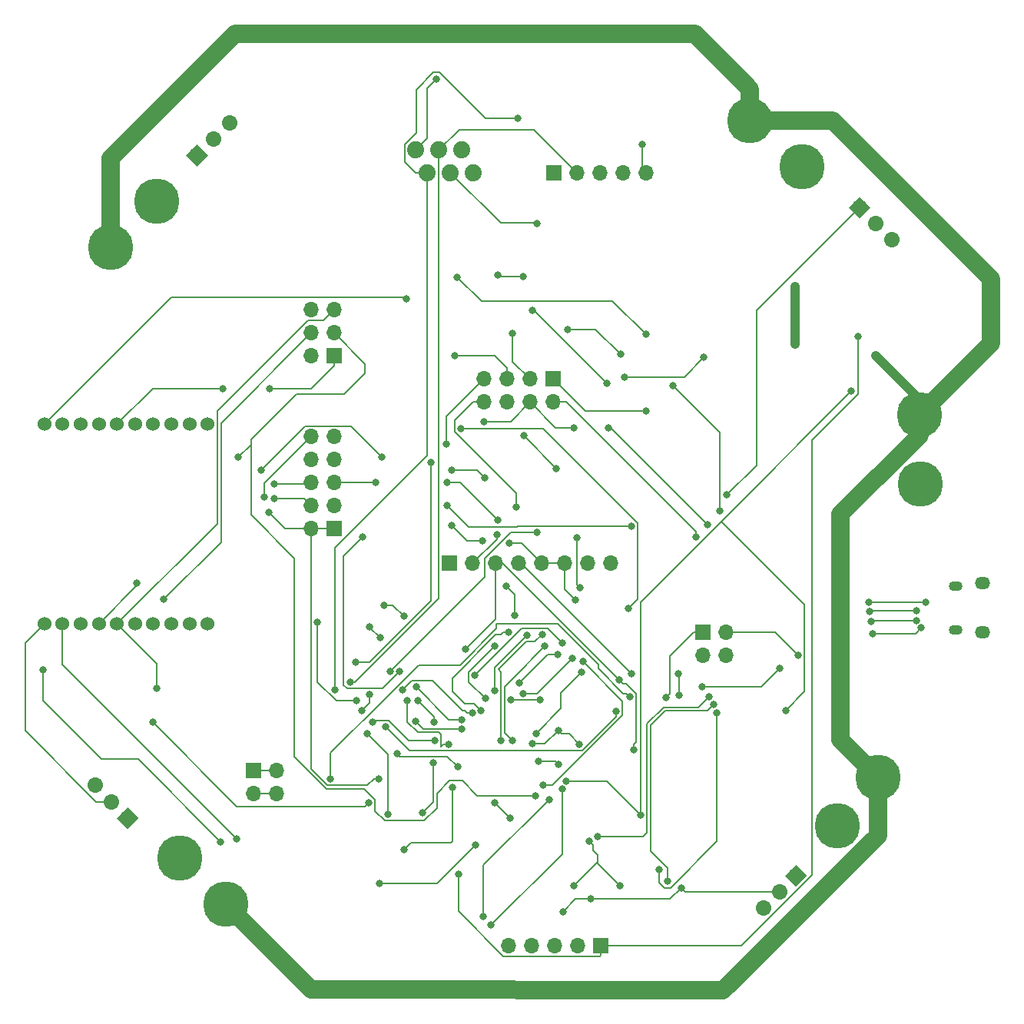
<source format=gbl>
G04 #@! TF.GenerationSoftware,KiCad,Pcbnew,5.1.2-f72e74a~84~ubuntu18.04.1*
G04 #@! TF.CreationDate,2019-07-29T20:36:53-07:00*
G04 #@! TF.ProjectId,quad_copter_pcb,71756164-5f63-46f7-9074-65725f706362,rev?*
G04 #@! TF.SameCoordinates,Original*
G04 #@! TF.FileFunction,Copper,L2,Bot*
G04 #@! TF.FilePolarity,Positive*
%FSLAX46Y46*%
G04 Gerber Fmt 4.6, Leading zero omitted, Abs format (unit mm)*
G04 Created by KiCad (PCBNEW 5.1.2-f72e74a~84~ubuntu18.04.1) date 2019-07-29 20:36:53*
%MOMM*%
%LPD*%
G04 APERTURE LIST*
%ADD10C,5.000000*%
%ADD11C,1.700000*%
%ADD12C,0.100000*%
%ADD13C,1.700000*%
%ADD14R,1.700000X1.700000*%
%ADD15O,1.700000X1.700000*%
%ADD16O,1.500000X1.100000*%
%ADD17O,1.700000X1.350000*%
%ADD18C,1.879600*%
%ADD19C,1.524000*%
%ADD20C,0.800000*%
%ADD21C,2.000000*%
%ADD22C,1.000000*%
%ADD23C,0.200000*%
G04 APERTURE END LIST*
D10*
X192786000Y-82677000D03*
X192913000Y-90297000D03*
X103632000Y-64262000D03*
X108712000Y-59182000D03*
X116332000Y-136652000D03*
X111252000Y-131572000D03*
X188214000Y-122682000D03*
X183769000Y-128016000D03*
X174117000Y-50292000D03*
X179832000Y-55372000D03*
D11*
X113157000Y-54102000D03*
D12*
G36*
X114359082Y-54102000D02*
G01*
X113157000Y-55304082D01*
X111954918Y-54102000D01*
X113157000Y-52899918D01*
X114359082Y-54102000D01*
X114359082Y-54102000D01*
G37*
D11*
X114953051Y-52305949D03*
D13*
X114953051Y-52305949D02*
X114953051Y-52305949D01*
D11*
X116749102Y-50509898D03*
D13*
X116749102Y-50509898D02*
X116749102Y-50509898D01*
D11*
X101944898Y-123534898D03*
D13*
X101944898Y-123534898D02*
X101944898Y-123534898D01*
D11*
X103740949Y-125330949D03*
D13*
X103740949Y-125330949D02*
X103740949Y-125330949D01*
D11*
X105537000Y-127127000D03*
D12*
G36*
X105537000Y-125924918D02*
G01*
X106739082Y-127127000D01*
X105537000Y-128329082D01*
X104334918Y-127127000D01*
X105537000Y-125924918D01*
X105537000Y-125924918D01*
G37*
D11*
X175604898Y-137069102D03*
D13*
X175604898Y-137069102D02*
X175604898Y-137069102D01*
D11*
X177400949Y-135273051D03*
D13*
X177400949Y-135273051D02*
X177400949Y-135273051D01*
D11*
X179197000Y-133477000D03*
D12*
G36*
X177994918Y-133477000D02*
G01*
X179197000Y-132274918D01*
X180399082Y-133477000D01*
X179197000Y-134679082D01*
X177994918Y-133477000D01*
X177994918Y-133477000D01*
G37*
D11*
X186182000Y-59817000D03*
D12*
G36*
X186182000Y-61019082D02*
G01*
X184979918Y-59817000D01*
X186182000Y-58614918D01*
X187384082Y-59817000D01*
X186182000Y-61019082D01*
X186182000Y-61019082D01*
G37*
D11*
X187978051Y-61613051D03*
D13*
X187978051Y-61613051D02*
X187978051Y-61613051D01*
D11*
X189774102Y-63409102D03*
D13*
X189774102Y-63409102D02*
X189774102Y-63409102D01*
D14*
X128270000Y-95250000D03*
D15*
X125730000Y-95250000D03*
X128270000Y-92710000D03*
X125730000Y-92710000D03*
X128270000Y-90170001D03*
X125730000Y-90170000D03*
X128270000Y-87630000D03*
X125730000Y-87630000D03*
X128270000Y-85090000D03*
X125730000Y-85090000D03*
X121920000Y-124460000D03*
X119380000Y-124460000D03*
X121920000Y-121920000D03*
D14*
X119380000Y-121920000D03*
D15*
X162687000Y-56007000D03*
X160147000Y-56007000D03*
X157607000Y-56007000D03*
X155067000Y-56007000D03*
D14*
X152527000Y-56007000D03*
X152400000Y-78740000D03*
D15*
X152400000Y-81280000D03*
X149860000Y-78740000D03*
X149860000Y-81280000D03*
X147320000Y-78740000D03*
X147320000Y-81280000D03*
X144780000Y-78740000D03*
X144780000Y-81280000D03*
D14*
X168910000Y-106680000D03*
D15*
X171450000Y-106680000D03*
X168910000Y-109220000D03*
X171450000Y-109220000D03*
D14*
X128270000Y-76200000D03*
D15*
X125730000Y-76200000D03*
X128270000Y-73660000D03*
X125730000Y-73660000D03*
X128270000Y-71120001D03*
X125730000Y-71120000D03*
D14*
X157632400Y-141198600D03*
D15*
X155092400Y-141198600D03*
X152552400Y-141198600D03*
X150012400Y-141198600D03*
X147472400Y-141198600D03*
D16*
X196743000Y-106377000D03*
X196743000Y-101537000D03*
D17*
X199743000Y-106687000D03*
X199743000Y-101227000D03*
D18*
X143637000Y-56007000D03*
X142367000Y-53467000D03*
X141097000Y-56007000D03*
X139827000Y-53467000D03*
X138557000Y-56007000D03*
X137287000Y-53467000D03*
D19*
X96332040Y-105740200D03*
X98333560Y-105740200D03*
X100332540Y-105740200D03*
X102334060Y-105740200D03*
X104333040Y-105740200D03*
X106332020Y-105740200D03*
X108333540Y-105740200D03*
X110332520Y-105740200D03*
X112334040Y-105740200D03*
X114333020Y-105740200D03*
X114333020Y-83743800D03*
X112334040Y-83743800D03*
X110332520Y-83743800D03*
X108333540Y-83743800D03*
X106332020Y-83743800D03*
X104333040Y-83743800D03*
X102334060Y-83743800D03*
X100332540Y-83743800D03*
X98333560Y-83743800D03*
X96332040Y-83743800D03*
D14*
X140970000Y-99060000D03*
D15*
X143510000Y-99060000D03*
X146050000Y-99060000D03*
X148590000Y-99060000D03*
X151130000Y-99060000D03*
X153670000Y-99060000D03*
X156210000Y-99060000D03*
X158750000Y-99060000D03*
D20*
X187960000Y-76200000D03*
X154686000Y-134569200D03*
X145973800Y-125476000D03*
X147624800Y-127127000D03*
X155295600Y-118999000D03*
X159740600Y-134569200D03*
X156387800Y-129692400D03*
X152958800Y-117449600D03*
X141884400Y-121462800D03*
X135204200Y-120040400D03*
X150647400Y-61595000D03*
X142367000Y-117297200D03*
X137287000Y-116484400D03*
X154838400Y-103073200D03*
X160299400Y-78511400D03*
X169037000Y-76327000D03*
X139573000Y-45669200D03*
X146202400Y-95935800D03*
X147573574Y-96824374D03*
X162255200Y-52882800D03*
X150088600Y-118948200D03*
X179070000Y-74930000D03*
X179070000Y-68580000D03*
X162052000Y-126796800D03*
X185293000Y-80086200D03*
X166522400Y-134823200D03*
X156565600Y-136067800D03*
X153492200Y-137464800D03*
X178028600Y-115265200D03*
X135966200Y-130632200D03*
X141325600Y-123723400D03*
X151003000Y-114071400D03*
X147759610Y-114122200D03*
X150825200Y-120904000D03*
X152958800Y-121183400D03*
X153805571Y-123042163D03*
X159359600Y-115366800D03*
X133959600Y-117068600D03*
X160858200Y-113792000D03*
X127889000Y-122809000D03*
X170815000Y-93294200D03*
X165608000Y-79451200D03*
X162636200Y-73837800D03*
X141859000Y-67513200D03*
X164871400Y-113817400D03*
X133299200Y-134366000D03*
X143891000Y-130098800D03*
X179400200Y-109169200D03*
X171577000Y-91465400D03*
X133223000Y-122783600D03*
X121081800Y-93446600D03*
X147955000Y-118618000D03*
X151511000Y-108204000D03*
X161036000Y-94970600D03*
X140741400Y-92659200D03*
X121666000Y-91948000D03*
X147472400Y-106629200D03*
X146304000Y-94310200D03*
X140716000Y-90144600D03*
X132842000Y-90144600D03*
X144473545Y-115313648D03*
X121666000Y-90297000D03*
X135851575Y-112991575D03*
X130733800Y-114223800D03*
X126441200Y-105537000D03*
X143510000Y-115581200D03*
X106553000Y-101219000D03*
X142290800Y-116281200D03*
X137312400Y-112674400D03*
X135432800Y-110998000D03*
X131419600Y-96164400D03*
X120599200Y-91770200D03*
X159689800Y-111912400D03*
X142748000Y-108534200D03*
X135940800Y-104876600D03*
X133794175Y-103644375D03*
X161264275Y-119608275D03*
X166293800Y-113588800D03*
X166192200Y-111226600D03*
X161036000Y-111252000D03*
X132207000Y-106070400D03*
X133330758Y-107270358D03*
X146659600Y-118567200D03*
X151180800Y-106908600D03*
X158369000Y-79248000D03*
X150114000Y-71145400D03*
X134188200Y-126720600D03*
X131927600Y-117856000D03*
X130022600Y-112115600D03*
X138049000Y-126542800D03*
X139192000Y-121031000D03*
X128397000Y-113030000D03*
X148488400Y-50012600D03*
X148691600Y-112268000D03*
X152908000Y-109118400D03*
X162661600Y-82296000D03*
X149072600Y-113385600D03*
X154540375Y-109491975D03*
X168122600Y-96139000D03*
X145959600Y-113055400D03*
X149535897Y-106990897D03*
X155397200Y-101777800D03*
X154990800Y-96215200D03*
X152781000Y-88595200D03*
X149199600Y-84963000D03*
X136245600Y-69900800D03*
X147929600Y-73685400D03*
X150520400Y-117830600D03*
X155549600Y-111074200D03*
X169418000Y-94792800D03*
X158496000Y-84150200D03*
X154660600Y-84099400D03*
X144780000Y-83413600D03*
X139242800Y-116597200D03*
X137490200Y-114223800D03*
X143803600Y-111379000D03*
X153431818Y-107838818D03*
X159842200Y-76022200D03*
X153974800Y-73279000D03*
X141528800Y-76149200D03*
X144932400Y-113969800D03*
X146006625Y-108186025D03*
X148132800Y-104775000D03*
X147218400Y-101600000D03*
X144627600Y-96545400D03*
X141249400Y-94869000D03*
X120192800Y-88823800D03*
X133553200Y-87325200D03*
X141249400Y-88823800D03*
X144856200Y-89662000D03*
X139344825Y-118592173D03*
X132537200Y-116586000D03*
X131292600Y-115265200D03*
X132130800Y-113515601D03*
X130638358Y-109962758D03*
X138963400Y-87909400D03*
X140665200Y-85928200D03*
X140893800Y-118999001D03*
X136296400Y-114198400D03*
X134432797Y-110998000D03*
X150647400Y-95670600D03*
X148336000Y-92887800D03*
X151307800Y-123520200D03*
X155676600Y-109855000D03*
X160680400Y-104038400D03*
X142265400Y-84201000D03*
X115976400Y-79806800D03*
X121183400Y-79806800D03*
X151968200Y-125069600D03*
X144703800Y-137998200D03*
X117551200Y-129438400D03*
X150444200Y-124663200D03*
X117729000Y-87325200D03*
X153390600Y-123952000D03*
X145567400Y-138938000D03*
X115773200Y-129768600D03*
X96164400Y-110820200D03*
X109499400Y-102997000D03*
X132080000Y-125450600D03*
X108280200Y-116586000D03*
X108686600Y-112826800D03*
X141960600Y-133299200D03*
X186004200Y-74041000D03*
X192996930Y-106183244D03*
X187655200Y-106781600D03*
X177368200Y-110591600D03*
X168808400Y-112623600D03*
X192430400Y-105359200D03*
X187477400Y-105435400D03*
X170448055Y-115543678D03*
X164084000Y-132791200D03*
X192430400Y-104317800D03*
X187283031Y-104321085D03*
X164998400Y-134112000D03*
X170103800Y-114604800D03*
X193446400Y-103357000D03*
X187172600Y-103327200D03*
X169570400Y-113741200D03*
X157353000Y-129133600D03*
X149072600Y-67462400D03*
X146329400Y-67259200D03*
D21*
X174117000Y-46756467D02*
X168030543Y-40670010D01*
X174117000Y-50292000D02*
X174117000Y-46756467D01*
X168030543Y-40670010D02*
X117378480Y-40670010D01*
X103632000Y-54416490D02*
X117378480Y-40670010D01*
X103632000Y-64262000D02*
X103632000Y-54416490D01*
X174117000Y-50292000D02*
X183211753Y-50292000D01*
X183211753Y-50292000D02*
X200629990Y-67710237D01*
X200629990Y-74833010D02*
X192786000Y-82677000D01*
X200629990Y-67710237D02*
X200629990Y-74833010D01*
X188214000Y-129047002D02*
X171119312Y-146141689D01*
X188214000Y-122682000D02*
X188214000Y-129047002D01*
X171119312Y-146141689D02*
X125719897Y-146039897D01*
X125719897Y-146039897D02*
X116332000Y-136652000D01*
X192786000Y-84947998D02*
X188214000Y-89519998D01*
X192786000Y-82677000D02*
X192786000Y-84947998D01*
D22*
X192786000Y-82677000D02*
X192786000Y-81026000D01*
X192786000Y-81026000D02*
X187960000Y-76200000D01*
D21*
X188214000Y-89519998D02*
X188152802Y-89519998D01*
X188152802Y-89519998D02*
X184073800Y-93599000D01*
X184073800Y-118541800D02*
X188214000Y-122682000D01*
X184073800Y-93599000D02*
X184073800Y-118541800D01*
D23*
X154686000Y-134569200D02*
X157302200Y-131953000D01*
X157302200Y-131953000D02*
X157302200Y-131216400D01*
X145973800Y-125476000D02*
X147624800Y-127127000D01*
X154146199Y-117849599D02*
X155295600Y-118999000D01*
X157302200Y-132130800D02*
X157302200Y-131216400D01*
X159740600Y-134569200D02*
X157302200Y-132130800D01*
X156787799Y-130701999D02*
X157302200Y-131216400D01*
X156787799Y-130092399D02*
X156787799Y-130701999D01*
X156387800Y-129692400D02*
X156787799Y-130092399D01*
X153358799Y-117849599D02*
X154146199Y-117849599D01*
X152958800Y-117449600D02*
X153358799Y-117849599D01*
X135494799Y-120330999D02*
X135204200Y-120040400D01*
X141884400Y-121462800D02*
X140752599Y-120330999D01*
X140752599Y-120330999D02*
X135494799Y-120330999D01*
X150571200Y-61518800D02*
X150647400Y-61595000D01*
X141097000Y-56007000D02*
X146608800Y-61518800D01*
X146608800Y-61518800D02*
X150571200Y-61518800D01*
X142367000Y-117297200D02*
X138099800Y-117297200D01*
X138099800Y-117297200D02*
X137287000Y-116484400D01*
X153670000Y-101904800D02*
X153670000Y-99060000D01*
X154838400Y-103073200D02*
X153670000Y-101904800D01*
X160299400Y-78511400D02*
X166852600Y-78511400D01*
X166852600Y-78511400D02*
X169037000Y-76327000D01*
X138526801Y-46715399D02*
X139573000Y-45669200D01*
X137287000Y-53467000D02*
X138526801Y-52227199D01*
X138526801Y-52227199D02*
X138526801Y-46715399D01*
X143510000Y-99060000D02*
X146202400Y-96367600D01*
X146202400Y-96367600D02*
X146202400Y-95935800D01*
X148894374Y-96824374D02*
X151130000Y-99060000D01*
X147573574Y-96824374D02*
X148894374Y-96824374D01*
X153670000Y-99060000D02*
X151130000Y-99060000D01*
X162255200Y-55575200D02*
X162687000Y-56007000D01*
X162255200Y-52882800D02*
X162255200Y-55575200D01*
X151460200Y-118948200D02*
X152958800Y-117449600D01*
X150088600Y-118948200D02*
X151460200Y-118948200D01*
D22*
X179070000Y-74930000D02*
X179070000Y-68580000D01*
D23*
X162052000Y-126796800D02*
X162052000Y-103327200D01*
X166972251Y-135273051D02*
X177400949Y-135273051D01*
X166522400Y-134823200D02*
X166972251Y-135273051D01*
X156565600Y-136067800D02*
X154889200Y-136067800D01*
X154889200Y-136067800D02*
X153492200Y-137464800D01*
X180100201Y-103570001D02*
X170954700Y-94424500D01*
X180100201Y-113193599D02*
X180100201Y-103570001D01*
X178028600Y-115265200D02*
X180100201Y-113193599D01*
X162052000Y-103327200D02*
X170954700Y-94424500D01*
X170954700Y-94424500D02*
X185293000Y-80086200D01*
X135966200Y-130632200D02*
X136779000Y-129819400D01*
X136779000Y-129819400D02*
X141173200Y-129819400D01*
X141325600Y-129667000D02*
X141173200Y-129819400D01*
X141325600Y-123723400D02*
X141325600Y-129667000D01*
X150386515Y-114122200D02*
X147759610Y-114122200D01*
X151003000Y-114071400D02*
X150437315Y-114071400D01*
X150437315Y-114071400D02*
X150386515Y-114122200D01*
X150825200Y-120904000D02*
X152679400Y-120904000D01*
X152679400Y-120904000D02*
X152958800Y-121183400D01*
X158297363Y-123042163D02*
X162052000Y-126796800D01*
X153805571Y-123042163D02*
X158297363Y-123042163D01*
X102038947Y-125330949D02*
X103740949Y-125330949D01*
X94234000Y-117526002D02*
X102038947Y-125330949D01*
X94234000Y-107838240D02*
X94234000Y-117526002D01*
X96332040Y-105740200D02*
X94234000Y-107838240D01*
X165277800Y-136067800D02*
X166522400Y-134823200D01*
X156565600Y-136067800D02*
X165277800Y-136067800D01*
X136590001Y-119699001D02*
X133959600Y-117068600D01*
X155593084Y-119699001D02*
X136590001Y-119699001D01*
X159359600Y-115366800D02*
X159359600Y-115932485D01*
X159359600Y-115932485D02*
X155593084Y-119699001D01*
X127889000Y-119964200D02*
X127889000Y-122809000D01*
X157378400Y-110637002D02*
X157378400Y-110166698D01*
X160133399Y-113392001D02*
X157378400Y-110637002D01*
X160858200Y-113792000D02*
X160458201Y-113392001D01*
X160458201Y-113392001D02*
X160133399Y-113392001D01*
X152901102Y-105689400D02*
X146177000Y-105689400D01*
X157378400Y-110166698D02*
X152901102Y-105689400D01*
X146177000Y-106248200D02*
X142138400Y-110286800D01*
X146177000Y-105689400D02*
X146177000Y-106248200D01*
X137566400Y-110286800D02*
X133946900Y-113906300D01*
X134061200Y-113792000D02*
X133946900Y-113906300D01*
X142138400Y-110286800D02*
X137566400Y-110286800D01*
X133946900Y-113906300D02*
X127889000Y-119964200D01*
X167860000Y-106680000D02*
X168910000Y-106680000D01*
X165271399Y-109268601D02*
X167860000Y-106680000D01*
X165271399Y-113417401D02*
X165271399Y-109268601D01*
X164871400Y-113817400D02*
X165271399Y-113417401D01*
X170815000Y-93294200D02*
X170815000Y-84658200D01*
X170815000Y-84658200D02*
X165608000Y-79451200D01*
X144500600Y-70154800D02*
X141859000Y-67513200D01*
X162636200Y-73837800D02*
X158953200Y-70154800D01*
X158953200Y-70154800D02*
X144500600Y-70154800D01*
X133299200Y-134366000D02*
X139623800Y-134366000D01*
X139623800Y-134366000D02*
X143891000Y-130098800D01*
X176911000Y-106680000D02*
X171450000Y-106680000D01*
X179400200Y-109169200D02*
X176911000Y-106680000D01*
X174802800Y-88239600D02*
X171577000Y-91465400D01*
X186182000Y-59817000D02*
X174802800Y-71196200D01*
X174802800Y-71196200D02*
X174802800Y-88239600D01*
X125730000Y-121686002D02*
X125730000Y-95250000D01*
X127552999Y-123509001D02*
X125730000Y-121686002D01*
X131931914Y-123509001D02*
X127552999Y-123509001D01*
X132657315Y-122783600D02*
X131931914Y-123509001D01*
X133223000Y-122783600D02*
X132657315Y-122783600D01*
X128270000Y-95250000D02*
X125730000Y-95250000D01*
X122885200Y-95250000D02*
X125730000Y-95250000D01*
X121081800Y-93446600D02*
X122885200Y-95250000D01*
X148397797Y-95010201D02*
X143092401Y-95010201D01*
X161036000Y-94970600D02*
X148437398Y-94970600D01*
X143092401Y-95010201D02*
X140741400Y-92659200D01*
X148437398Y-94970600D02*
X148397797Y-95010201D01*
X147955000Y-118618000D02*
X147059610Y-117722610D01*
X147059610Y-112655390D02*
X148005800Y-111709200D01*
X147059610Y-117722610D02*
X147059610Y-112655390D01*
X147955000Y-111760000D02*
X148005800Y-111709200D01*
X148005800Y-111709200D02*
X151511000Y-108204000D01*
X124968000Y-91948000D02*
X125730000Y-92710000D01*
X121666000Y-91948000D02*
X124968000Y-91948000D01*
X146304000Y-94310200D02*
X142138400Y-90144600D01*
X142138400Y-90144600D02*
X140716000Y-90144600D01*
X128295401Y-90144600D02*
X128270000Y-90170001D01*
X132842000Y-90144600D02*
X128295401Y-90144600D01*
X146906715Y-106629200D02*
X146627315Y-106908600D01*
X146627315Y-106908600D02*
X146082298Y-106908600D01*
X146082298Y-106908600D02*
X141274800Y-111716098D01*
X147472400Y-106629200D02*
X146906715Y-106629200D01*
X143713897Y-114554000D02*
X144473545Y-115313648D01*
X141274800Y-111716098D02*
X141274800Y-113131600D01*
X142697200Y-114554000D02*
X143713897Y-114554000D01*
X141274800Y-113131600D02*
X142697200Y-114554000D01*
X125603000Y-90297000D02*
X125730000Y-90170000D01*
X121666000Y-90297000D02*
X125603000Y-90297000D01*
X136868751Y-111974399D02*
X135851575Y-112991575D01*
X142414835Y-115288920D02*
X139100314Y-111974399D01*
X139100314Y-111974399D02*
X136868751Y-111974399D01*
X126441200Y-112110202D02*
X126441200Y-105537000D01*
X130733800Y-114223800D02*
X128554798Y-114223800D01*
X128554798Y-114223800D02*
X126441200Y-112110202D01*
X142944315Y-115581200D02*
X142652035Y-115288920D01*
X142652035Y-115288920D02*
X142414835Y-115288920D01*
X143510000Y-115581200D02*
X142944315Y-115581200D01*
X102334060Y-105740200D02*
X106553000Y-101521260D01*
X106553000Y-101521260D02*
X106553000Y-101219000D01*
X142290800Y-116281200D02*
X140919200Y-116281200D01*
X140919200Y-116281200D02*
X137312400Y-112674400D01*
X129322599Y-112451601D02*
X129322599Y-98261401D01*
X129686599Y-112815601D02*
X129322599Y-112451601D01*
X129322599Y-98261401D02*
X131419600Y-96164400D01*
X135432800Y-110998000D02*
X133615199Y-112815601D01*
X133615199Y-112815601D02*
X129686599Y-112815601D01*
X120599200Y-90220800D02*
X125730000Y-85090000D01*
X120599200Y-91770200D02*
X120599200Y-90220800D01*
X146837400Y-99060000D02*
X146050000Y-99060000D01*
X159689800Y-111912400D02*
X146837400Y-99060000D01*
X146050000Y-99060000D02*
X146050000Y-105232200D01*
X146050000Y-105232200D02*
X142748000Y-108534200D01*
X121920000Y-124460000D02*
X119380000Y-124460000D01*
X135940800Y-104876600D02*
X134708575Y-103644375D01*
X134708575Y-103644375D02*
X133794175Y-103644375D01*
X160089799Y-112312399D02*
X159689800Y-111912400D01*
X161558201Y-113455999D02*
X160414601Y-112312399D01*
X161558201Y-118748664D02*
X161558201Y-113455999D01*
X161264275Y-119042590D02*
X161558201Y-118748664D01*
X160414601Y-112312399D02*
X160089799Y-112312399D01*
X161264275Y-119608275D02*
X161264275Y-119042590D01*
X166293800Y-113588800D02*
X166293800Y-111328200D01*
X166293800Y-111328200D02*
X166192200Y-111226600D01*
X148844000Y-99060000D02*
X148590000Y-99060000D01*
X161036000Y-111252000D02*
X148844000Y-99060000D01*
X119380000Y-121920000D02*
X121920000Y-121920000D01*
X132207000Y-106070400D02*
X132207000Y-106146600D01*
X132207000Y-106146600D02*
X133330758Y-107270358D01*
X158369000Y-79248000D02*
X150266400Y-71145400D01*
X150266400Y-71145400D02*
X150114000Y-71145400D01*
X150398502Y-107690898D02*
X149401594Y-107690898D01*
X151180800Y-106908600D02*
X150398502Y-107690898D01*
X149401594Y-107690898D02*
X146359610Y-110732882D01*
X146659600Y-118001515D02*
X146659600Y-118567200D01*
X146659601Y-111032873D02*
X146659600Y-118001515D01*
X146359610Y-110732882D02*
X146659601Y-111032873D01*
X134188200Y-120116600D02*
X131927600Y-117856000D01*
X134188200Y-126720600D02*
X134188200Y-120116600D01*
X139827000Y-54796077D02*
X139827000Y-53467000D01*
X139796801Y-54826276D02*
X139827000Y-54796077D01*
X154217001Y-55157001D02*
X155067000Y-56007000D01*
X150317200Y-51257200D02*
X154217001Y-55157001D01*
X142036800Y-51257200D02*
X150317200Y-51257200D01*
X139827000Y-53467000D02*
X142036800Y-51257200D01*
X130588312Y-112115600D02*
X139796801Y-102907111D01*
X139796801Y-101775714D02*
X139796801Y-101341201D01*
X139796801Y-102907111D02*
X139796801Y-101341201D01*
X130022600Y-112115600D02*
X130588312Y-112115600D01*
X139796801Y-101341201D02*
X139796801Y-54826276D01*
X138049000Y-126542800D02*
X139192000Y-125399800D01*
X139192000Y-125399800D02*
X139192000Y-121031000D01*
X138557000Y-87203002D02*
X138557000Y-56007000D01*
X128397000Y-97363002D02*
X138557000Y-87203002D01*
X128397000Y-113030000D02*
X128397000Y-97363002D01*
X136047199Y-54826276D02*
X137227923Y-56007000D01*
X136047199Y-52871895D02*
X136047199Y-54826276D01*
X137307601Y-51611493D02*
X136047199Y-52871895D01*
X137307601Y-46898597D02*
X137307601Y-51611493D01*
X139236999Y-44969199D02*
X137307601Y-46898597D01*
X139909001Y-44969199D02*
X139236999Y-44969199D01*
X137227923Y-56007000D02*
X138557000Y-56007000D01*
X144952402Y-50012600D02*
X139909001Y-44969199D01*
X148488400Y-50012600D02*
X144952402Y-50012600D01*
X148691600Y-112268000D02*
X151841200Y-109118400D01*
X151841200Y-109118400D02*
X152908000Y-109118400D01*
X155956000Y-82296000D02*
X152400000Y-78740000D01*
X162661600Y-82296000D02*
X155956000Y-82296000D01*
X149072600Y-113385600D02*
X150646750Y-113385600D01*
X150646750Y-113385600D02*
X154540375Y-109491975D01*
X153829285Y-81280000D02*
X152400000Y-81280000D01*
X168122600Y-95573315D02*
X153829285Y-81280000D01*
X168122600Y-96139000D02*
X168122600Y-95573315D01*
X145959600Y-113055400D02*
X145959600Y-110567194D01*
X145959600Y-110567194D02*
X149535897Y-106990897D01*
X154997201Y-96221601D02*
X154990800Y-96215200D01*
X155397200Y-101777800D02*
X154997201Y-101377801D01*
X154997201Y-101377801D02*
X154997201Y-96221601D01*
X152781000Y-88595200D02*
X149199600Y-85013800D01*
X149199600Y-85013800D02*
X149199600Y-84963000D01*
X136118600Y-69773800D02*
X136245600Y-69900800D01*
X96332040Y-83743800D02*
X110302040Y-69773800D01*
X110302040Y-69773800D02*
X136118600Y-69773800D01*
X147929600Y-76809600D02*
X149860000Y-78740000D01*
X147929600Y-73685400D02*
X147929600Y-76809600D01*
X153291925Y-113331875D02*
X155549600Y-111074200D01*
X150520400Y-117830600D02*
X153291925Y-115059075D01*
X153291925Y-115059075D02*
X153291925Y-113331875D01*
X169418000Y-94792800D02*
X158775400Y-84150200D01*
X158775400Y-84150200D02*
X158496000Y-84150200D01*
X152679400Y-84099400D02*
X149860000Y-81280000D01*
X154660600Y-84099400D02*
X152679400Y-84099400D01*
X147726400Y-83413600D02*
X149860000Y-81280000D01*
X144780000Y-83413600D02*
X147726400Y-83413600D01*
X139242800Y-116597200D02*
X139242800Y-115976400D01*
X139242800Y-115976400D02*
X137490200Y-114223800D01*
X151801599Y-106208599D02*
X153431818Y-107838818D01*
X143803600Y-111379000D02*
X148974001Y-106208599D01*
X148974001Y-106208599D02*
X151801599Y-106208599D01*
X159842200Y-76022200D02*
X157099000Y-73279000D01*
X157099000Y-73279000D02*
X153974800Y-73279000D01*
X145931281Y-76149200D02*
X141528800Y-76149200D01*
X147320000Y-78740000D02*
X147320000Y-77537919D01*
X147320000Y-77537919D02*
X145931281Y-76149200D01*
X144932400Y-113969800D02*
X144830800Y-113969800D01*
X143103599Y-111089051D02*
X146006625Y-108186025D01*
X144932400Y-113969800D02*
X143103599Y-112140999D01*
X143103599Y-112140999D02*
X143103599Y-111089051D01*
X148132800Y-104775000D02*
X148132800Y-102514400D01*
X148132800Y-102514400D02*
X147218400Y-101600000D01*
X144627600Y-96545400D02*
X142925800Y-96545400D01*
X142925800Y-96545400D02*
X141249400Y-94869000D01*
X130167999Y-83939999D02*
X133553200Y-87325200D01*
X120192800Y-88823800D02*
X125076601Y-83939999D01*
X125076601Y-83939999D02*
X130167999Y-83939999D01*
X141249400Y-88823800D02*
X144018000Y-88823800D01*
X144018000Y-88823800D02*
X144856200Y-89662000D01*
X132754601Y-116368599D02*
X132537200Y-116586000D01*
X134295601Y-116368599D02*
X132754601Y-116368599D01*
X139344825Y-118592173D02*
X136519175Y-118592173D01*
X136519175Y-118592173D02*
X134295601Y-116368599D01*
X131292600Y-115265200D02*
X132130800Y-114427000D01*
X132130800Y-114427000D02*
X132130800Y-113515601D01*
X138963400Y-103174814D02*
X138963400Y-87909400D01*
X130638358Y-109962758D02*
X132175456Y-109962758D01*
X132175456Y-109962758D02*
X138963400Y-103174814D01*
X140665200Y-82854800D02*
X144780000Y-78740000D01*
X140665200Y-85928200D02*
X140665200Y-82854800D01*
X136296400Y-116529802D02*
X136296400Y-114198400D01*
X140044826Y-119282290D02*
X140044826Y-117946826D01*
X140044826Y-117946826D02*
X139795210Y-117697210D01*
X140328115Y-118999001D02*
X140044826Y-119282290D01*
X140893800Y-118999001D02*
X140328115Y-118999001D01*
X139795210Y-117697210D02*
X137463808Y-117697210D01*
X137463808Y-117697210D02*
X136296400Y-116529802D01*
X147737398Y-95670600D02*
X150647400Y-95670600D01*
X144899999Y-98507999D02*
X147737398Y-95670600D01*
X134432797Y-110998000D02*
X144899999Y-100530798D01*
X144899999Y-100530798D02*
X144899999Y-98507999D01*
X143577919Y-81280000D02*
X144780000Y-81280000D01*
X141565399Y-83292520D02*
X143577919Y-81280000D01*
X141565399Y-84537001D02*
X141565399Y-83292520D01*
X148336000Y-91307602D02*
X141565399Y-84537001D01*
X148336000Y-92887800D02*
X148336000Y-91307602D01*
X160059601Y-114238001D02*
X155676600Y-109855000D01*
X160059601Y-115798183D02*
X160059601Y-114238001D01*
X151307800Y-123520200D02*
X152337584Y-123520200D01*
X152337584Y-123520200D02*
X160059601Y-115798183D01*
X160680400Y-104038400D02*
X161736001Y-102982799D01*
X151302402Y-84201000D02*
X142265400Y-84201000D01*
X161736001Y-94634599D02*
X151302402Y-84201000D01*
X161736001Y-102982799D02*
X161736001Y-94634599D01*
X104333040Y-83743800D02*
X108270040Y-79806800D01*
X108270040Y-79806800D02*
X115976400Y-79806800D01*
X128270000Y-77250000D02*
X128270000Y-76200000D01*
X125713200Y-79806800D02*
X128270000Y-77250000D01*
X121183400Y-79806800D02*
X125713200Y-79806800D01*
X151968200Y-125069600D02*
X144703800Y-132334000D01*
X144703800Y-132334000D02*
X144703800Y-137998200D01*
X98333560Y-110220760D02*
X98333560Y-105740200D01*
X117551200Y-129438400D02*
X98333560Y-110220760D01*
X127387310Y-123909011D02*
X123875800Y-120397501D01*
X131574413Y-123909011D02*
X127387310Y-123909011D01*
X132780001Y-126348403D02*
X132780001Y-125114599D01*
X133852199Y-127420601D02*
X132780001Y-126348403D01*
X132780001Y-125114599D02*
X131574413Y-123909011D01*
X144048798Y-124663200D02*
X142408997Y-123023399D01*
X150444200Y-124663200D02*
X144048798Y-124663200D01*
X138207201Y-127420601D02*
X133852199Y-127420601D01*
X139592010Y-124420988D02*
X139592010Y-126035792D01*
X142408997Y-123023399D02*
X140989599Y-123023399D01*
X139592010Y-126035792D02*
X138207201Y-127420601D01*
X140989599Y-123023399D02*
X139592010Y-124420988D01*
X123875800Y-120397501D02*
X123875800Y-98501200D01*
X123875800Y-98501200D02*
X119100600Y-93726000D01*
X119100600Y-85394800D02*
X124104400Y-80391000D01*
X124104400Y-80391000D02*
X129362200Y-80391000D01*
X129362200Y-80391000D02*
X131673600Y-78079600D01*
X131673600Y-78079600D02*
X131673600Y-77063600D01*
X131673600Y-77063600D02*
X128270000Y-73660000D01*
X119100600Y-85953600D02*
X119100600Y-85852000D01*
X117729000Y-87325200D02*
X119100600Y-85953600D01*
X119100600Y-93726000D02*
X119100600Y-85852000D01*
X119100600Y-85852000D02*
X119100600Y-85394800D01*
X153390600Y-131114800D02*
X145567400Y-138938000D01*
X153390600Y-123952000D02*
X153390600Y-131114800D01*
X102597998Y-120650000D02*
X96164400Y-114216402D01*
X115773200Y-129768600D02*
X106654600Y-120650000D01*
X96164400Y-114216402D02*
X96164400Y-110820200D01*
X106654600Y-120650000D02*
X102597998Y-120650000D01*
X115795031Y-96701369D02*
X109499400Y-102997000D01*
X125730000Y-73660000D02*
X115795031Y-83594969D01*
X115795031Y-83594969D02*
X115795031Y-96701369D01*
X117544799Y-125850599D02*
X108280200Y-116586000D01*
X132080000Y-125450600D02*
X131680001Y-125850599D01*
X131680001Y-125850599D02*
X117544799Y-125850599D01*
X108686600Y-110093760D02*
X104333040Y-105740200D01*
X108686600Y-112826800D02*
X108686600Y-110093760D01*
X115395021Y-94678219D02*
X104333040Y-105740200D01*
X115395021Y-82292977D02*
X115395021Y-94678219D01*
X125417997Y-72270001D02*
X115395021Y-82292977D01*
X127120000Y-72270001D02*
X125417997Y-72270001D01*
X128270000Y-71120001D02*
X127120000Y-72270001D01*
X141960600Y-137388802D02*
X141960600Y-133299200D01*
X146920399Y-142348601D02*
X141960600Y-137388802D01*
X157532399Y-142348601D02*
X146920399Y-142348601D01*
X157632400Y-142248600D02*
X157532399Y-142348601D01*
X157632400Y-141198600D02*
X157632400Y-142248600D01*
X173177402Y-141198600D02*
X157632400Y-141198600D01*
X180968999Y-133407003D02*
X173177402Y-141198600D01*
X180968999Y-85446203D02*
X180968999Y-133407003D01*
X186004200Y-80411002D02*
X180968999Y-85446203D01*
X186004200Y-74041000D02*
X186004200Y-80411002D01*
X192398574Y-106781600D02*
X187655200Y-106781600D01*
X192996930Y-106183244D02*
X192398574Y-106781600D01*
X177368200Y-110591600D02*
X175336200Y-112623600D01*
X175336200Y-112623600D02*
X168808400Y-112623600D01*
X192430400Y-105359200D02*
X187553600Y-105359200D01*
X187553600Y-105359200D02*
X187477400Y-105435400D01*
X164084000Y-134233602D02*
X164084000Y-132791200D01*
X164662399Y-134812001D02*
X164084000Y-134233602D01*
X165334401Y-134812001D02*
X164662399Y-134812001D01*
X170448055Y-115543678D02*
X170448055Y-129698347D01*
X170448055Y-129698347D02*
X165334401Y-134812001D01*
X192430400Y-104317800D02*
X187286316Y-104317800D01*
X187286316Y-104317800D02*
X187283031Y-104321085D01*
X164998400Y-132669598D02*
X163144200Y-130815398D01*
X164998400Y-134112000D02*
X164998400Y-132669598D01*
X163144200Y-128886499D02*
X163152011Y-128878688D01*
X163144200Y-130815398D02*
X163144200Y-128886499D01*
X163152011Y-128878688D02*
X163152011Y-116905669D01*
X163152011Y-116905669D02*
X164748070Y-115309610D01*
X169398990Y-115309610D02*
X170103800Y-114604800D01*
X164748070Y-115309610D02*
X169398990Y-115309610D01*
X193446400Y-103357000D02*
X187202400Y-103357000D01*
X187202400Y-103357000D02*
X187172600Y-103327200D01*
X162752001Y-116739981D02*
X162752001Y-128712999D01*
X164582382Y-114909600D02*
X162752001Y-116739981D01*
X162752001Y-128712999D02*
X162331400Y-129133600D01*
X169570400Y-113741200D02*
X168402000Y-114909600D01*
X162331400Y-129133600D02*
X157353000Y-129133600D01*
X168402000Y-114909600D02*
X164582382Y-114909600D01*
X149072600Y-67462400D02*
X146532600Y-67462400D01*
X146532600Y-67462400D02*
X146329400Y-67259200D01*
M02*

</source>
